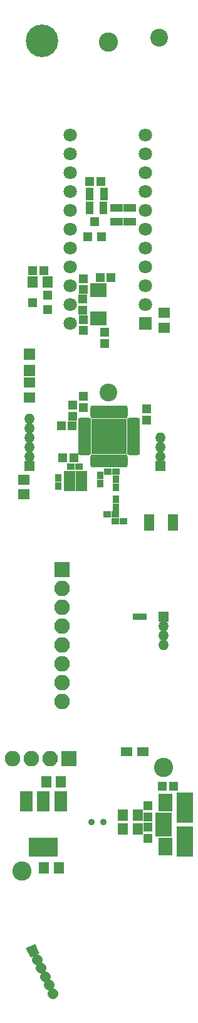
<source format=gbr>
G04 #@! TF.FileFunction,Soldermask,Bot*
%FSLAX46Y46*%
G04 Gerber Fmt 4.6, Leading zero omitted, Abs format (unit mm)*
G04 Created by KiCad (PCBNEW 4.0.6-e0-6349~53~ubuntu16.04.1) date Thu Nov 23 18:30:10 2017*
%MOMM*%
%LPD*%
G01*
G04 APERTURE LIST*
%ADD10C,0.100000*%
%ADD11R,1.797000X1.797000*%
%ADD12C,1.797000*%
%ADD13C,0.900000*%
%ADD14R,1.200000X1.150000*%
%ADD15O,0.600000X1.800000*%
%ADD16O,1.800000X0.600000*%
%ADD17R,4.800000X4.800000*%
%ADD18R,1.500000X1.400000*%
%ADD19C,1.400000*%
%ADD20C,2.400000*%
%ADD21R,1.700480X2.800300*%
%ADD22R,3.999180X2.599640*%
%ADD23R,1.650000X1.400000*%
%ADD24R,1.400000X1.650000*%
%ADD25R,1.600000X1.600000*%
%ADD26R,2.100000X2.100000*%
%ADD27O,2.100000X2.100000*%
%ADD28R,1.400000X1.400000*%
%ADD29O,1.400000X1.400000*%
%ADD30R,1.600000X1.300000*%
%ADD31C,2.600000*%
%ADD32R,1.400000X2.200000*%
%ADD33R,2.300000X1.600000*%
%ADD34R,1.850000X2.400000*%
%ADD35R,2.200000X0.800000*%
%ADD36R,2.300000X2.700000*%
%ADD37C,4.400000*%
%ADD38R,0.650000X1.900000*%
%ADD39R,1.000000X0.900000*%
%ADD40R,0.900000X1.000000*%
%ADD41R,1.150000X1.200000*%
%ADD42R,1.100000X1.700000*%
%ADD43R,1.700000X1.100000*%
%ADD44R,1.300000X1.200000*%
%ADD45R,1.200000X1.300000*%
G04 APERTURE END LIST*
D10*
D11*
X123410000Y-59990000D03*
D12*
X123410000Y-57450000D03*
X123410000Y-54910000D03*
X123410000Y-52370000D03*
X123410000Y-49830000D03*
X123410000Y-47290000D03*
X123410000Y-44750000D03*
X123410000Y-42210000D03*
X123410000Y-39670000D03*
X123410000Y-37130000D03*
X123410000Y-34590000D03*
X113250000Y-34590000D03*
X113250000Y-37130000D03*
X113250000Y-39670000D03*
X113250000Y-42210000D03*
X113250000Y-44750000D03*
X113250000Y-47290000D03*
X113250000Y-49830000D03*
X113250000Y-52370000D03*
X113250000Y-54910000D03*
X113250000Y-57450000D03*
X113250000Y-59990000D03*
D13*
X117740000Y-127220000D03*
X120230000Y-76980000D03*
X119080000Y-76980000D03*
X117930000Y-76980000D03*
X116780000Y-76980000D03*
X120230000Y-75830000D03*
X119080000Y-75830000D03*
X117930000Y-75830000D03*
X116780000Y-75830000D03*
X120230000Y-74680000D03*
X119080000Y-74680000D03*
X117930000Y-74680000D03*
X116780000Y-74680000D03*
X120230000Y-73530000D03*
X119080000Y-73530000D03*
X117930000Y-73530000D03*
D14*
X115880000Y-40890000D03*
X117380000Y-40890000D03*
D15*
X116300000Y-71950000D03*
X116700000Y-71950000D03*
X117100000Y-71950000D03*
X117500000Y-71950000D03*
X117900000Y-71950000D03*
X118300000Y-71950000D03*
X118700000Y-71950000D03*
X119100000Y-71950000D03*
X119500000Y-71950000D03*
X119900000Y-71950000D03*
X120300000Y-71950000D03*
X120700000Y-71950000D03*
D16*
X121800000Y-73050000D03*
X121800000Y-73450000D03*
X121800000Y-73850000D03*
X121800000Y-74250000D03*
X121800000Y-74650000D03*
X121800000Y-75050000D03*
X121800000Y-75450000D03*
X121800000Y-75850000D03*
X121800000Y-76250000D03*
X121800000Y-76650000D03*
X121800000Y-77050000D03*
X121800000Y-77450000D03*
D15*
X120700000Y-78550000D03*
X120300000Y-78550000D03*
X119900000Y-78550000D03*
X119500000Y-78550000D03*
X119100000Y-78550000D03*
X118700000Y-78550000D03*
X118300000Y-78550000D03*
X117900000Y-78550000D03*
X117500000Y-78550000D03*
X117100000Y-78550000D03*
X116700000Y-78550000D03*
X116300000Y-78550000D03*
D16*
X115200000Y-77450000D03*
X115200000Y-77050000D03*
X115200000Y-76650000D03*
X115200000Y-76250000D03*
X115200000Y-75850000D03*
X115200000Y-75450000D03*
X115200000Y-75050000D03*
X115200000Y-74650000D03*
X115200000Y-74250000D03*
X115200000Y-73850000D03*
X115200000Y-73450000D03*
X115200000Y-73050000D03*
D17*
X118500000Y-75250000D03*
D18*
X113170000Y-81890000D03*
X113170000Y-80590000D03*
X114770000Y-81890000D03*
X114770000Y-80590000D03*
D10*
G36*
X107839667Y-145521424D02*
X107243576Y-144254667D01*
X108510333Y-143658576D01*
X109106424Y-144925333D01*
X107839667Y-145521424D01*
X107839667Y-145521424D01*
G37*
D19*
X108715740Y-145739130D02*
X108715740Y-145739130D01*
X109256479Y-146888261D02*
X109256479Y-146888261D01*
X109797219Y-148037391D02*
X109797219Y-148037391D01*
X110337959Y-149186521D02*
X110337959Y-149186521D01*
X110878699Y-150335652D02*
X110878699Y-150335652D01*
D20*
X118343743Y-69335858D03*
D21*
X107303760Y-124396200D03*
X109605000Y-124396200D03*
X111906240Y-124396200D03*
D22*
X109605000Y-130593800D03*
D23*
X106960000Y-81070000D03*
X106960000Y-83070000D03*
D24*
X111955000Y-121825000D03*
X109955000Y-121825000D03*
X109675000Y-133415000D03*
X111675000Y-133415000D03*
D25*
X107720000Y-66320000D03*
X107720000Y-64120000D03*
D26*
X112110000Y-93150000D03*
D27*
X112110000Y-95690000D03*
X112110000Y-98230000D03*
X112110000Y-100770000D03*
X112110000Y-103310000D03*
X112110000Y-105850000D03*
X112110000Y-108390000D03*
X112110000Y-110930000D03*
D28*
X125810000Y-99560000D03*
D29*
X125810000Y-100830000D03*
X125810000Y-102100000D03*
X125810000Y-103370000D03*
D30*
X120825000Y-117740000D03*
X123025000Y-117740000D03*
D31*
X118343743Y-22043858D03*
X106711973Y-133843201D03*
X125807736Y-119834648D03*
D24*
X110140000Y-54420000D03*
X108140000Y-54420000D03*
X120340000Y-126310000D03*
X122340000Y-126310000D03*
X120340000Y-128130000D03*
X122340000Y-128130000D03*
D23*
X107740000Y-67960000D03*
X107740000Y-69960000D03*
D32*
X123860000Y-86830000D03*
X127060000Y-86830000D03*
D28*
X125375000Y-79200000D03*
D29*
X125375000Y-77930000D03*
X125375000Y-76660000D03*
X125375000Y-75390000D03*
D28*
X107750000Y-79200000D03*
D29*
X107750000Y-77930000D03*
X107750000Y-76660000D03*
X107750000Y-75390000D03*
X107750000Y-74120000D03*
X107750000Y-72850000D03*
D33*
X128700000Y-128565000D03*
D34*
X126050000Y-124565000D03*
D35*
X125800000Y-126915000D03*
X125800000Y-126265000D03*
X125800000Y-128865000D03*
X125800000Y-128215000D03*
X125800000Y-127565000D03*
D34*
X126050000Y-130565000D03*
D33*
X128700000Y-126565000D03*
D36*
X128750000Y-124565000D03*
X128750000Y-130565000D03*
D26*
X113040000Y-118710000D03*
D27*
X110500000Y-118710000D03*
X107960000Y-118710000D03*
X105420000Y-118710000D03*
D37*
X109410000Y-21900000D03*
D20*
X125230000Y-21510000D03*
D38*
X117750000Y-55515000D03*
X117750000Y-59365000D03*
X117250000Y-55515000D03*
X117250000Y-59365000D03*
X116750000Y-55515000D03*
X116750000Y-59365000D03*
X116250000Y-55515000D03*
X116250000Y-59365000D03*
D39*
X123000000Y-99560000D03*
X122160000Y-99560000D03*
D40*
X111590000Y-81970000D03*
X111590000Y-80870000D03*
D39*
X114380000Y-79300000D03*
X113280000Y-79300000D03*
X119410000Y-79960000D03*
X118310000Y-79960000D03*
D41*
X114960000Y-71330000D03*
X114960000Y-69830000D03*
X123520000Y-73030000D03*
X123520000Y-71530000D03*
D40*
X117240000Y-80480000D03*
X117240000Y-81580000D03*
D14*
X113710000Y-78110000D03*
X112210000Y-78110000D03*
D41*
X113520000Y-72520000D03*
X113520000Y-71020000D03*
D14*
X113510000Y-73820000D03*
X112010000Y-73820000D03*
D23*
X125920000Y-58590000D03*
X125920000Y-60590000D03*
D14*
X108140000Y-52870000D03*
X109640000Y-52870000D03*
X127200000Y-122370000D03*
X125700000Y-122370000D03*
D41*
X123700000Y-126530000D03*
X123700000Y-125030000D03*
X123700000Y-127900000D03*
X123700000Y-129400000D03*
D40*
X119390000Y-83670000D03*
X119390000Y-84770000D03*
D41*
X117900000Y-61190000D03*
X117900000Y-62690000D03*
D14*
X117240000Y-53800000D03*
X118740000Y-53800000D03*
D41*
X114910000Y-58210000D03*
X114910000Y-56710000D03*
D40*
X119410000Y-82060000D03*
X119410000Y-80960000D03*
D39*
X118250000Y-85750000D03*
X119350000Y-85750000D03*
X119350000Y-86660000D03*
X120450000Y-86660000D03*
D42*
X117760000Y-42530000D03*
X115860000Y-42530000D03*
X115840000Y-44450000D03*
X117740000Y-44450000D03*
D43*
X119440000Y-44420000D03*
X119440000Y-46320000D03*
X121290000Y-46320000D03*
X121290000Y-44420000D03*
D44*
X110130000Y-56220000D03*
X110130000Y-58120000D03*
X108130000Y-57170000D03*
D45*
X117480000Y-48320000D03*
X115580000Y-48320000D03*
X116530000Y-46320000D03*
D41*
X114980000Y-53960000D03*
X114980000Y-55460000D03*
X114990000Y-59460000D03*
X114990000Y-60960000D03*
D13*
X116780000Y-73530000D03*
X116110000Y-127200000D03*
M02*

</source>
